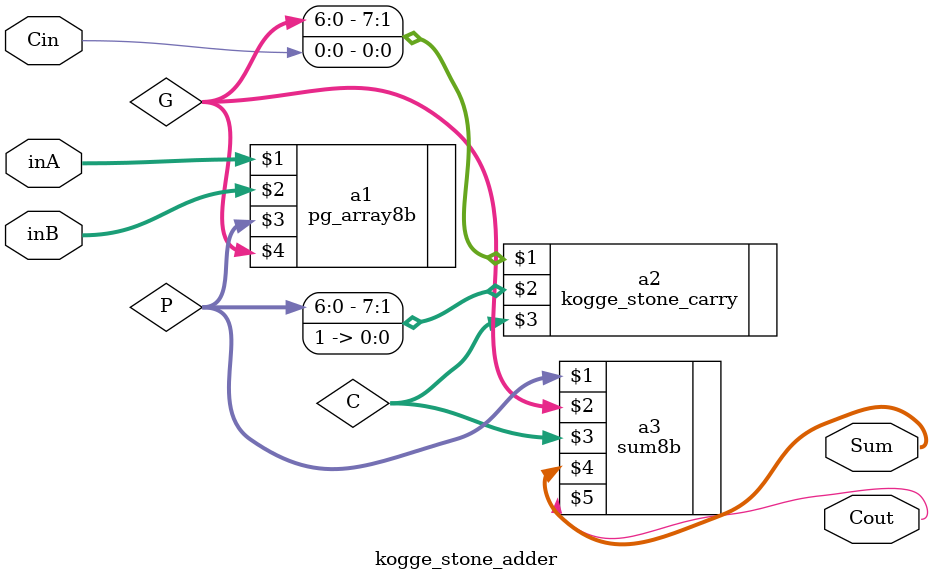
<source format=v>
module kogge_stone_adder(inA, inB, Cin, Sum, Cout
	);

	// Assign ports as in/out
	input [7:0] inA, inB;
	input Cin;
	output [7:0] Sum;
	output Cout;

	// Logic Connections
	wire [7:0] P, G, C;

	pg_array8b a1(inA, inB, P, G);
	kogge_stone_carry a2({G[6:0], Cin}, {P[6:0], 1'b1}, C);

	sum8b a3(P, G, C, Sum, Cout);

endmodule

</source>
